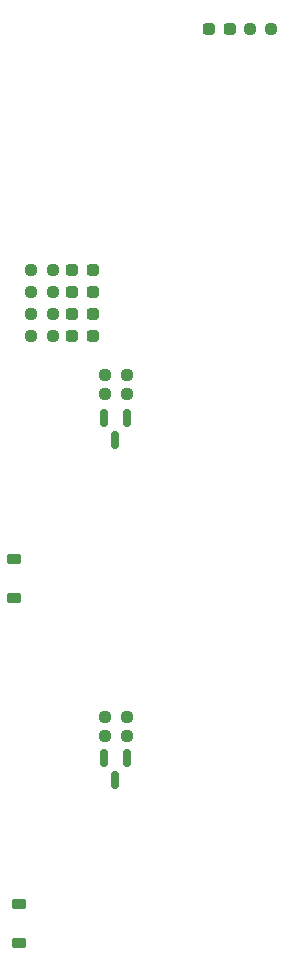
<source format=gtp>
%TF.GenerationSoftware,KiCad,Pcbnew,7.0.9*%
%TF.CreationDate,2024-11-04T23:33:06+09:00*%
%TF.ProjectId,schematic_PWRcutoff,73636865-6d61-4746-9963-5f5057526375,rev?*%
%TF.SameCoordinates,PX4b571c0PY86d97c0*%
%TF.FileFunction,Paste,Top*%
%TF.FilePolarity,Positive*%
%FSLAX46Y46*%
G04 Gerber Fmt 4.6, Leading zero omitted, Abs format (unit mm)*
G04 Created by KiCad (PCBNEW 7.0.9) date 2024-11-04 23:33:06*
%MOMM*%
%LPD*%
G01*
G04 APERTURE LIST*
G04 Aperture macros list*
%AMRoundRect*
0 Rectangle with rounded corners*
0 $1 Rounding radius*
0 $2 $3 $4 $5 $6 $7 $8 $9 X,Y pos of 4 corners*
0 Add a 4 corners polygon primitive as box body*
4,1,4,$2,$3,$4,$5,$6,$7,$8,$9,$2,$3,0*
0 Add four circle primitives for the rounded corners*
1,1,$1+$1,$2,$3*
1,1,$1+$1,$4,$5*
1,1,$1+$1,$6,$7*
1,1,$1+$1,$8,$9*
0 Add four rect primitives between the rounded corners*
20,1,$1+$1,$2,$3,$4,$5,0*
20,1,$1+$1,$4,$5,$6,$7,0*
20,1,$1+$1,$6,$7,$8,$9,0*
20,1,$1+$1,$8,$9,$2,$3,0*%
G04 Aperture macros list end*
%ADD10RoundRect,0.225000X0.375000X-0.225000X0.375000X0.225000X-0.375000X0.225000X-0.375000X-0.225000X0*%
%ADD11RoundRect,0.237500X0.287500X0.237500X-0.287500X0.237500X-0.287500X-0.237500X0.287500X-0.237500X0*%
%ADD12RoundRect,0.237500X-0.287500X-0.237500X0.287500X-0.237500X0.287500X0.237500X-0.287500X0.237500X0*%
%ADD13RoundRect,0.237500X-0.250000X-0.237500X0.250000X-0.237500X0.250000X0.237500X-0.250000X0.237500X0*%
%ADD14RoundRect,0.237500X0.250000X0.237500X-0.250000X0.237500X-0.250000X-0.237500X0.250000X-0.237500X0*%
%ADD15RoundRect,0.150000X-0.150000X0.587500X-0.150000X-0.587500X0.150000X-0.587500X0.150000X0.587500X0*%
G04 APERTURE END LIST*
D10*
%TO.C,D4*%
X37500000Y48650000D03*
X37500000Y45350000D03*
%TD*%
%TO.C,D6*%
X37900000Y19450000D03*
X37900000Y16150000D03*
%TD*%
D11*
%TO.C,D7*%
X44162500Y67500000D03*
X42412500Y67500000D03*
%TD*%
D12*
%TO.C,D3*%
X55775000Y93500000D03*
X54025000Y93500000D03*
%TD*%
D11*
%TO.C,D5*%
X44162500Y69400000D03*
X42412500Y69400000D03*
%TD*%
D13*
%TO.C,R2*%
X40800000Y73100000D03*
X38975000Y73100000D03*
%TD*%
D14*
%TO.C,R4*%
X59312500Y93500000D03*
X57487500Y93500000D03*
%TD*%
D13*
%TO.C,R3*%
X40800000Y71200000D03*
X38975000Y71200000D03*
%TD*%
D11*
%TO.C,D1*%
X42412500Y73100000D03*
X44162500Y73100000D03*
%TD*%
%TO.C,D2*%
X44162500Y71200000D03*
X42412500Y71200000D03*
%TD*%
D13*
%TO.C,R8*%
X40800000Y67500000D03*
X38975000Y67500000D03*
%TD*%
%TO.C,R5*%
X40800000Y69400000D03*
X38975000Y69400000D03*
%TD*%
D14*
%TO.C,R10*%
X47037500Y33637500D03*
X45212500Y33637500D03*
%TD*%
%TO.C,R6*%
X47062500Y64175000D03*
X45237500Y64175000D03*
%TD*%
D15*
%TO.C,Q2*%
X47050000Y31775000D03*
X45150000Y31775000D03*
X46100000Y29900000D03*
%TD*%
%TO.C,Q1*%
X47050000Y60575000D03*
X45150000Y60575000D03*
X46100000Y58700000D03*
%TD*%
D14*
%TO.C,R7*%
X47050000Y62575000D03*
X45225000Y62575000D03*
%TD*%
%TO.C,R9*%
X47037500Y35237500D03*
X45212500Y35237500D03*
%TD*%
M02*

</source>
